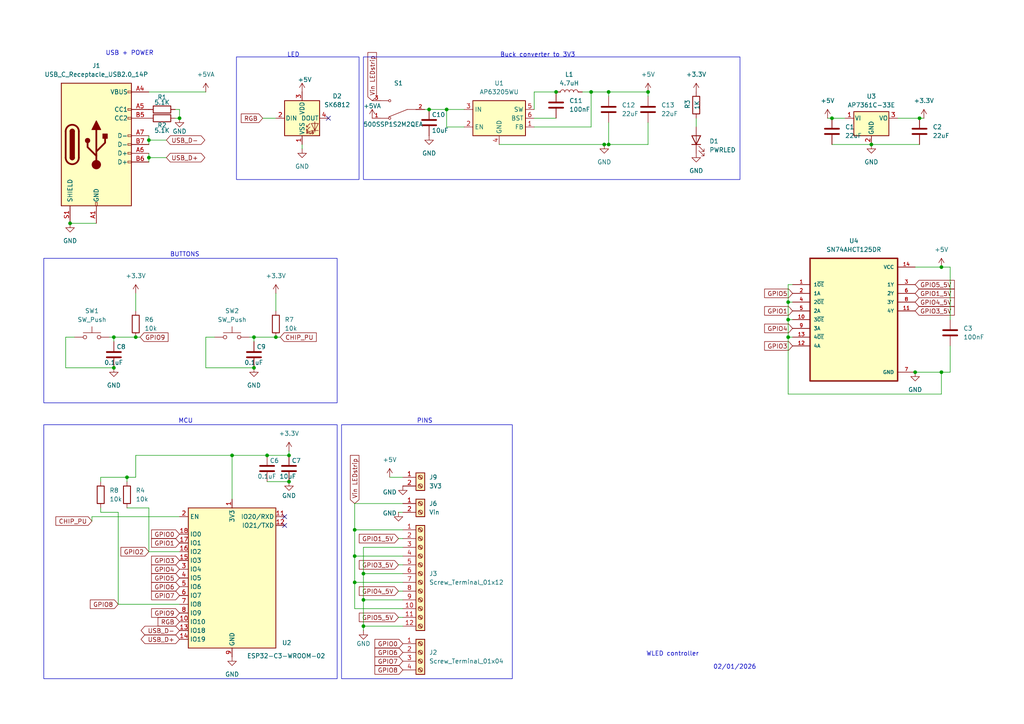
<source format=kicad_sch>
(kicad_sch (version 20250114) (generator "eeschema") (generator_version "9.0")
  (paper "A4")
  (lib_symbols
    (symbol "Connector:Screw_Terminal_01x02" (pin_names (offset 1.016) (hide yes))
      (property "Reference" "J" (at 0 2.54 0))
      (property "Value" "Screw_Terminal_01x02" (at 0 -5.08 0))
      (symbol "Screw_Terminal_01x02_1_1"
        (rectangle (start -1.27 1.27) (end 1.27 -3.81) (stroke (width 0.254)) (fill (type background)))
        (polyline (pts (xy -0.5334 0.3302) (xy 0.3302 -0.508)) (stroke (width 0.1524)))
        (polyline (pts (xy -0.5334 -2.2098) (xy 0.3302 -3.048)) (stroke (width 0.1524)))
        (polyline (pts (xy -0.3556 0.508) (xy 0.508 -0.3302)) (stroke (width 0.1524)))
        (polyline (pts (xy -0.3556 -2.032) (xy 0.508 -2.8702)) (stroke (width 0.1524)))
        (circle (center 0 0) (radius 0.635) (stroke (width 0.1524)))
        (circle (center 0 -2.54) (radius 0.635) (stroke (width 0.1524)))
        (pin passive line (at -5.08 0 0) (length 3.81) (name "Pin_1") (number "1"))
        (pin passive line (at -5.08 -2.54 0) (length 3.81) (name "Pin_2") (number "2"))
      )
    )
    (symbol "Connector:Screw_Terminal_01x04" (pin_names (offset 1.016) (hide yes))
      (property "Reference" "J" (at 0 5.08 0))
      (property "Value" "Screw_Terminal_01x04" (at 0 -7.62 0))
      (symbol "Screw_Terminal_01x04_1_1"
        (rectangle (start -1.27 3.81) (end 1.27 -6.35) (stroke (width 0.254)) (fill (type background)))
        (polyline (pts (xy -0.5334 2.8702) (xy 0.3302 2.032)) (stroke (width 0.1524)))
        (polyline (pts (xy -0.5334 0.3302) (xy 0.3302 -0.508)) (stroke (width 0.1524)))
        (polyline (pts (xy -0.5334 -2.2098) (xy 0.3302 -3.048)) (stroke (width 0.1524)))
        (polyline (pts (xy -0.5334 -4.7498) (xy 0.3302 -5.588)) (stroke (width 0.1524)))
        (polyline (pts (xy -0.3556 3.048) (xy 0.508 2.2098)) (stroke (width 0.1524)))
        (polyline (pts (xy -0.3556 0.508) (xy 0.508 -0.3302)) (stroke (width 0.1524)))
        (polyline (pts (xy -0.3556 -2.032) (xy 0.508 -2.8702)) (stroke (width 0.1524)))
        (polyline (pts (xy -0.3556 -4.572) (xy 0.508 -5.4102)) (stroke (width 0.1524)))
        (circle (center 0 2.54) (radius 0.635) (stroke (width 0.1524)))
        (circle (center 0 0) (radius 0.635) (stroke (width 0.1524)))
        (circle (center 0 -2.54) (radius 0.635) (stroke (width 0.1524)))
        (circle (center 0 -5.08) (radius 0.635) (stroke (width 0.1524)))
        (pin passive line (at -5.08 2.54 0) (length 3.81) (name "Pin_1") (number "1"))
        (pin passive line (at -5.08 0 0) (length 3.81) (name "Pin_2") (number "2"))
        (pin passive line (at -5.08 -2.54 0) (length 3.81) (name "Pin_3") (number "3"))
        (pin passive line (at -5.08 -5.08 0) (length 3.81) (name "Pin_4") (number "4"))
      )
    )
    (symbol "Connector:Screw_Terminal_01x12" (pin_names (offset 1.016) (hide yes))
      (property "Reference" "J" (at 0 15.24 0))
      (property "Value" "Screw_Terminal_01x12" (at 0 -17.78 0))
      (symbol "Screw_Terminal_01x12_1_1"
        (rectangle (start -1.27 13.97) (end 1.27 -16.51) (stroke (width 0.254)) (fill (type background)))
        (polyline (pts (xy -0.5334 13.0302) (xy 0.3302 12.192)) (stroke (width 0.1524)))
        (polyline (pts (xy -0.5334 10.4902) (xy 0.3302 9.652)) (stroke (width 0.1524)))
        (polyline (pts (xy -0.5334 7.9502) (xy 0.3302 7.112)) (stroke (width 0.1524)))
        (polyline (pts (xy -0.5334 5.4102) (xy 0.3302 4.572)) (stroke (width 0.1524)))
        (polyline (pts (xy -0.5334 2.8702) (xy 0.3302 2.032)) (stroke (width 0.1524)))
        (polyline (pts (xy -0.5334 0.3302) (xy 0.3302 -0.508)) (stroke (width 0.1524)))
        (polyline (pts (xy -0.5334 -2.2098) (xy 0.3302 -3.048)) (stroke (width 0.1524)))
        (polyline (pts (xy -0.5334 -4.7498) (xy 0.3302 -5.588)) (stroke (width 0.1524)))
        (polyline (pts (xy -0.5334 -7.2898) (xy 0.3302 -8.128)) (stroke (width 0.1524)))
        (polyline (pts (xy -0.5334 -9.8298) (xy 0.3302 -10.668)) (stroke (width 0.1524)))
        (polyline (pts (xy -0.5334 -12.3698) (xy 0.3302 -13.208)) (stroke (width 0.1524)))
        (polyline (pts (xy -0.5334 -14.9098) (xy 0.3302 -15.748)) (stroke (width 0.1524)))
        (polyline (pts (xy -0.3556 13.208) (xy 0.508 12.3698)) (stroke (width 0.1524)))
        (polyline (pts (xy -0.3556 10.668) (xy 0.508 9.8298)) (stroke (width 0.1524)))
        (polyline (pts (xy -0.3556 8.128) (xy 0.508 7.2898)) (stroke (width 0.1524)))
        (polyline (pts (xy -0.3556 5.588) (xy 0.508 4.7498)) (stroke (width 0.1524)))
        (polyline (pts (xy -0.3556 3.048) (xy 0.508 2.2098)) (stroke (width 0.1524)))
        (polyline (pts (xy -0.3556 0.508) (xy 0.508 -0.3302)) (stroke (width 0.1524)))
        (polyline (pts (xy -0.3556 -2.032) (xy 0.508 -2.8702)) (stroke (width 0.1524)))
        (polyline (pts (xy -0.3556 -4.572) (xy 0.508 -5.4102)) (stroke (width 0.1524)))
        (polyline (pts (xy -0.3556 -7.112) (xy 0.508 -7.9502)) (stroke (width 0.1524)))
        (polyline (pts (xy -0.3556 -9.652) (xy 0.508 -10.4902)) (stroke (width 0.1524)))
        (polyline (pts (xy -0.3556 -12.192) (xy 0.508 -13.0302)) (stroke (width 0.1524)))
        (polyline (pts (xy -0.3556 -14.732) (xy 0.508 -15.5702)) (stroke (width 0.1524)))
        (circle (center 0 12.7) (radius 0.635) (stroke (width 0.1524)))
        (circle (center 0 10.16) (radius 0.635) (stroke (width 0.1524)))
        (circle (center 0 7.62) (radius 0.635) (stroke (width 0.1524)))
        (circle (center 0 5.08) (radius 0.635) (stroke (width 0.1524)))
        (circle (center 0 2.54) (radius 0.635) (stroke (width 0.1524)))
        (circle (center 0 0) (radius 0.635) (stroke (width 0.1524)))
        (circle (center 0 -2.54) (radius 0.635) (stroke (width 0.1524)))
        (circle (center 0 -5.08) (radius 0.635) (stroke (width 0.1524)))
        (circle (center 0 -7.62) (radius 0.635) (stroke (width 0.1524)))
        (circle (center 0 -10.16) (radius 0.635) (stroke (width 0.1524)))
        (circle (center 0 -12.7) (radius 0.635) (stroke (width 0.1524)))
        (circle (center 0 -15.24) (radius 0.635) (stroke (width 0.1524)))
        (pin passive line (at -5.08 12.7 0) (length 3.81) (name "Pin_1") (number "1"))
        (pin passive line (at -5.08 10.16 0) (length 3.81) (name "Pin_2") (number "2"))
        (pin passive line (at -5.08 7.62 0) (length 3.81) (name "Pin_3") (number "3"))
        (pin passive line (at -5.08 5.08 0) (length 3.81) (name "Pin_4") (number "4"))
        (pin passive line (at -5.08 2.54 0) (length 3.81) (name "Pin_5") (number "5"))
        (pin passive line (at -5.08 0 0) (length 3.81) (name "Pin_6") (number "6"))
        (pin passive line (at -5.08 -2.54 0) (length 3.81) (name "Pin_7") (number "7"))
        (pin passive line (at -5.08 -5.08 0) (length 3.81) (name "Pin_8") (number "8"))
        (pin passive line (at -5.08 -7.62 0) (length 3.81) (name "Pin_9") (number "9"))
        (pin passive line (at -5.08 -10.16 0) (length 3.81) (name "Pin_10") (number "10"))
        (pin passive line (at -5.08 -12.7 0) (length 3.81) (name "Pin_11") (number "11"))
        (pin passive line (at -5.08 -15.24 0) (length 3.81) (name "Pin_12") (number "12"))
      )
    )
    (symbol "Connector:USB_C_Receptacle_USB2.0_14P" (pin_names (offset 1.016))
      (property "Reference" "J" (at 0 22.225 0))
      (property "Value" "USB_C_Receptacle_USB2.0_14P" (at 0 19.685 0))
      (symbol "USB_C_Receptacle_USB2.0_14P_0_0"
        (rectangle (start -0.254 -17.78) (end 0.254 -16.764))
        (rectangle (start 10.16 15.494) (end 9.144 14.986))
        (rectangle (start 10.16 10.414) (end 9.144 9.906))
        (rectangle (start 10.16 7.874) (end 9.144 7.366))
        (rectangle (start 10.16 2.794) (end 9.144 2.286))
        (rectangle (start 10.16 0.254) (end 9.144 -0.254))
        (rectangle (start 10.16 -2.286) (end 9.144 -2.794))
        (rectangle (start 10.16 -4.826) (end 9.144 -5.334))
      )
      (symbol "USB_C_Receptacle_USB2.0_14P_0_1"
        (rectangle (start -10.16 17.78) (end 10.16 -17.78) (stroke (width 0.254)) (fill (type background)))
        (polyline (pts (xy -8.89 -3.81) (xy -8.89 3.81)) (stroke (width 0.508)))
        (rectangle (start -7.62 -3.81) (end -6.35 3.81) (stroke (width 0.254)) (fill (type outline)))
        (arc (start -7.62 3.81) (mid -6.985 4.4423) (end -6.35 3.81) (stroke (width 0.254)))
        (arc (start -7.62 3.81) (mid -6.985 4.4423) (end -6.35 3.81) (stroke (width 0.254)) (fill (type outline)))
        (arc (start -8.89 3.81) (mid -6.985 5.7067) (end -5.08 3.81) (stroke (width 0.508)))
        (arc (start -5.08 -3.81) (mid -6.985 -5.7067) (end -8.89 -3.81) (stroke (width 0.508)))
        (arc (start -6.35 -3.81) (mid -6.985 -4.4423) (end -7.62 -3.81) (stroke (width 0.254)))
        (arc (start -6.35 -3.81) (mid -6.985 -4.4423) (end -7.62 -3.81) (stroke (width 0.254)) (fill (type outline)))
        (polyline (pts (xy -5.08 3.81) (xy -5.08 -3.81)) (stroke (width 0.508)))
        (circle (center -2.54 1.143) (radius 0.635) (stroke (width 0.254)) (fill (type outline)))
        (polyline (pts (xy -1.27 4.318) (xy 0 6.858) (xy 1.27 4.318) (xy -1.27 4.318)) (stroke (width 0.254)) (fill (type outline)))
        (polyline (pts (xy 0 -2.032) (xy 2.54 0.508) (xy 2.54 1.778)) (stroke (width 0.508)))
        (polyline (pts (xy 0 -3.302) (xy -2.54 -0.762) (xy -2.54 0.508)) (stroke (width 0.508)))
        (polyline (pts (xy 0 -5.842) (xy 0 4.318)) (stroke (width 0.508)))
        (circle (center 0 -5.842) (radius 1.27) (fill (type outline)))
        (rectangle (start 1.905 1.778) (end 3.175 3.048) (stroke (width 0.254)) (fill (type outline)))
      )
      (symbol "USB_C_Receptacle_USB2.0_14P_1_1"
        (pin passive line (at -7.62 -22.86 90) (length 5.08) (name "SHIELD") (number "S1"))
        (pin passive line (at 0 -22.86 90) (length 5.08) (name "GND") (number "A1"))
        (pin passive line (at 0 -22.86 90) (length 5.08) (hide yes) (name "GND") (number "A12"))
        (pin passive line (at 0 -22.86 90) (length 5.08) (hide yes) (name "GND") (number "B1"))
        (pin passive line (at 0 -22.86 90) (length 5.08) (hide yes) (name "GND") (number "B12"))
        (pin passive line (at 15.24 15.24 180) (length 5.08) (name "VBUS") (number "A4"))
        (pin passive line (at 15.24 15.24 180) (length 5.08) (hide yes) (name "VBUS") (number "A9"))
        (pin passive line (at 15.24 15.24 180) (length 5.08) (hide yes) (name "VBUS") (number "B4"))
        (pin passive line (at 15.24 15.24 180) (length 5.08) (hide yes) (name "VBUS") (number "B9"))
        (pin bidirectional line (at 15.24 10.16 180) (length 5.08) (name "CC1") (number "A5"))
        (pin bidirectional line (at 15.24 7.62 180) (length 5.08) (name "CC2") (number "B5"))
        (pin bidirectional line (at 15.24 2.54 180) (length 5.08) (name "D-") (number "A7"))
        (pin bidirectional line (at 15.24 0 180) (length 5.08) (name "D-") (number "B7"))
        (pin bidirectional line (at 15.24 -2.54 180) (length 5.08) (name "D+") (number "A6"))
        (pin bidirectional line (at 15.24 -5.08 180) (length 5.08) (name "D+") (number "B6"))
      )
    )
    (symbol "Device:C" (pin_numbers (hide yes)) (pin_names (offset 0.254))
      (property "Reference" "C" (at 0.635 2.54 0))
      (property "Value" "C" (at 0.635 -2.54 0))
      (symbol "C_0_1"
        (polyline (pts (xy -2.032 0.762) (xy 2.032 0.762)) (stroke (width 0.508)))
        (polyline (pts (xy -2.032 -0.762) (xy 2.032 -0.762)) (stroke (width 0.508)))
      )
      (symbol "C_1_1"
        (pin passive line (at 0 3.81 270) (length 2.794) (name "~") (number "1"))
        (pin passive line (at 0 -3.81 90) (length 2.794) (name "~") (number "2"))
      )
    )
    (symbol "Device:L" (pin_numbers (hide yes)) (pin_names (offset 1.016) (hide yes))
      (property "Reference" "L" (at -1.27 0 90))
      (property "Value" "L" (at 1.905 0 90))
      (symbol "L_0_1"
        (arc (start 0 2.54) (mid 0.6323 1.905) (end 0 1.27))
        (arc (start 0 1.27) (mid 0.6323 0.635) (end 0 0))
        (arc (start 0 0) (mid 0.6323 -0.635) (end 0 -1.27))
        (arc (start 0 -1.27) (mid 0.6323 -1.905) (end 0 -2.54))
      )
      (symbol "L_1_1"
        (pin passive line (at 0 3.81 270) (length 1.27) (name "1") (number "1"))
        (pin passive line (at 0 -3.81 90) (length 1.27) (name "2") (number "2"))
      )
    )
    (symbol "Device:LED" (pin_numbers (hide yes)) (pin_names (offset 1.016) (hide yes))
      (property "Reference" "D" (at 0 2.54 0))
      (property "Value" "LED" (at 0 -2.54 0))
      (symbol "LED_0_1"
        (polyline (pts (xy -3.048 -0.762) (xy -4.572 -2.286) (xy -3.81 -2.286) (xy -4.572 -2.286) (xy -4.572 -1.524)))
        (polyline (pts (xy -1.778 -0.762) (xy -3.302 -2.286) (xy -2.54 -2.286) (xy -3.302 -2.286) (xy -3.302 -1.524)))
        (polyline (pts (xy -1.27 0) (xy 1.27 0)))
        (polyline (pts (xy -1.27 -1.27) (xy -1.27 1.27)) (stroke (width 0.254)))
        (polyline (pts (xy 1.27 -1.27) (xy 1.27 1.27) (xy -1.27 0) (xy 1.27 -1.27)) (stroke (width 0.254)))
      )
      (symbol "LED_1_1"
        (pin passive line (at -3.81 0 0) (length 2.54) (name "K") (number "1"))
        (pin passive line (at 3.81 0 180) (length 2.54) (name "A") (number "2"))
      )
    )
    (symbol "Device:R" (pin_numbers (hide yes)) (pin_names (offset 0))
      (property "Reference" "R" (at 2.032 0 90))
      (property "Value" "R" (at 0 0 90))
      (symbol "R_0_1"
        (rectangle (start -1.016 -2.54) (end 1.016 2.54) (stroke (width 0.254)))
      )
      (symbol "R_1_1"
        (pin passive line (at 0 3.81 270) (length 1.27) (name "~") (number "1"))
        (pin passive line (at 0 -3.81 90) (length 1.27) (name "~") (number "2"))
      )
    )
    (symbol "LED:SK6812" (pin_names (offset 0.254))
      (property "Reference" "D" (at 5.08 5.715 0))
      (property "Value" "SK6812" (at 1.27 -5.715 0))
      (symbol "SK6812_0_0"
        (text "RGB" (at 2.286 -4.191 0) (effects (font (size 0.762 0.762))))
      )
      (symbol "SK6812_0_1"
        (polyline (pts (xy 1.27 -2.54) (xy 1.778 -2.54)))
        (polyline (pts (xy 1.27 -3.556) (xy 1.778 -3.556)))
        (polyline (pts (xy 2.286 -1.524) (xy 1.27 -2.54) (xy 1.27 -2.032)))
        (polyline (pts (xy 2.286 -2.54) (xy 1.27 -3.556) (xy 1.27 -3.048)))
        (polyline (pts (xy 3.683 -1.016) (xy 3.683 -3.556) (xy 3.683 -4.064)))
        (polyline (pts (xy 4.699 -1.524) (xy 2.667 -1.524) (xy 3.683 -3.556) (xy 4.699 -1.524)))
        (polyline (pts (xy 4.699 -3.556) (xy 2.667 -3.556)))
        (rectangle (start 5.08 5.08) (end -5.08 -5.08) (stroke (width 0.254)) (fill (type background)))
      )
      (symbol "SK6812_1_1"
        (pin input line (at -7.62 0 0) (length 2.54) (name "DIN") (number "2"))
        (pin power_in line (at 0 7.62 270) (length 2.54) (name "VDD") (number "3"))
        (pin power_in line (at 0 -7.62 90) (length 2.54) (name "VSS") (number "1"))
        (pin output line (at 7.62 0 180) (length 2.54) (name "DOUT") (number "4"))
      )
    )
    (symbol "RF_Module:ESP32-C3-WROOM-02"
      (property "Reference" "U" (at -12.192 21.336 0))
      (property "Value" "ESP32-C3-WROOM-02" (at 12.192 21.336 0))
      (symbol "ESP32-C3-WROOM-02_1_1"
        (rectangle (start -12.7 20.32) (end 12.7 -20.32) (stroke (width 0.254)) (fill (type background)))
        (pin input line (at -15.24 17.78 0) (length 2.54) (name "EN") (number "2"))
        (pin bidirectional line (at -15.24 12.7 0) (length 2.54) (name "IO0") (number "18"))
        (pin bidirectional line (at -15.24 10.16 0) (length 2.54) (name "IO1") (number "17"))
        (pin bidirectional line (at -15.24 7.62 0) (length 2.54) (name "IO2") (number "16"))
        (pin bidirectional line (at -15.24 5.08 0) (length 2.54) (name "IO3") (number "15"))
        (pin bidirectional line (at -15.24 2.54 0) (length 2.54) (name "IO4") (number "3"))
        (pin bidirectional line (at -15.24 0 0) (length 2.54) (name "IO5") (number "4"))
        (pin bidirectional line (at -15.24 -2.54 0) (length 2.54) (name "IO6") (number "5"))
        (pin bidirectional line (at -15.24 -5.08 0) (length 2.54) (name "IO7") (number "6"))
        (pin bidirectional line (at -15.24 -7.62 0) (length 2.54) (name "IO8") (number "7"))
        (pin bidirectional line (at -15.24 -10.16 0) (length 2.54) (name "IO9") (number "8"))
        (pin bidirectional line (at -15.24 -12.7 0) (length 2.54) (name "IO10") (number "10"))
        (pin bidirectional line (at -15.24 -15.24 0) (length 2.54) (name "IO18") (number "13"))
        (pin bidirectional line (at -15.24 -17.78 0) (length 2.54) (name "IO19") (number "14"))
        (pin power_in line (at 0 22.86 270) (length 2.54) (name "3V3") (number "1"))
        (pin passive line (at 0 -22.86 90) (length 2.54) (hide yes) (name "GND") (number "19"))
        (pin power_in line (at 0 -22.86 90) (length 2.54) (name "GND") (number "9"))
        (pin bidirectional line (at 15.24 17.78 180) (length 2.54) (name "IO20/RXD") (number "11"))
        (pin bidirectional line (at 15.24 15.24 180) (length 2.54) (name "IO21/TXD") (number "12"))
      )
    )
    (symbol "Regulator_Linear:AP7361C-33E" (pin_names (offset 0.254))
      (property "Reference" "U" (at -3.81 3.175 0))
      (property "Value" "AP7361C-33E" (at 0 3.175 0))
      (symbol "AP7361C-33E_0_1"
        (rectangle (start -5.08 -5.08) (end 5.08 1.905) (stroke (width 0.254)) (fill (type background)))
      )
      (symbol "AP7361C-33E_1_1"
        (pin power_in line (at -7.62 0 0) (length 2.54) (name "VI") (number "1"))
        (pin power_in line (at 0 -7.62 90) (length 2.54) (name "GND") (number "2"))
        (pin power_out line (at 7.62 0 180) (length 2.54) (name "VO") (number "3"))
      )
    )
    (symbol "Regulator_Switching:AP63205WU"
      (property "Reference" "U" (at -7.62 6.35 0))
      (property "Value" "AP63205WU" (at 2.54 6.35 0))
      (symbol "AP63205WU_0_1"
        (rectangle (start -7.62 5.08) (end 7.62 -5.08) (stroke (width 0.254)) (fill (type background)))
      )
      (symbol "AP63205WU_1_1"
        (pin power_in line (at -10.16 2.54 0) (length 2.54) (name "IN") (number "3"))
        (pin input line (at -10.16 -2.54 0) (length 2.54) (name "EN") (number "2"))
        (pin power_in line (at 0 -7.62 90) (length 2.54) (name "GND") (number "4"))
        (pin output line (at 10.16 2.54 180) (length 2.54) (name "SW") (number "5"))
        (pin passive line (at 10.16 0 180) (length 2.54) (name "BST") (number "6"))
        (pin input line (at 10.16 -2.54 180) (length 2.54) (name "FB") (number "1"))
      )
    )
    (symbol "SN74AHCT125DR:SN74AHCT125DR" (pin_names (offset 1.016))
      (property "Reference" "U" (at -12.7 18.78 0))
      (property "Value" "SN74AHCT125DR" (at -12.7 -21.78 0))
      (symbol "SN74AHCT125DR_0_0"
        (rectangle (start -12.7 -17.78) (end 12.7 17.78) (stroke (width 0.41)) (fill (type background)))
        (pin input line (at -17.78 10.16 0) (length 5.08) (name "1~{OE}") (number "1"))
        (pin input line (at -17.78 7.62 0) (length 5.08) (name "1A") (number "2"))
        (pin input line (at -17.78 5.08 0) (length 5.08) (name "2~{OE}") (number "4"))
        (pin input line (at -17.78 2.54 0) (length 5.08) (name "2A") (number "5"))
        (pin input line (at -17.78 0 0) (length 5.08) (name "3~{OE}") (number "10"))
        (pin input line (at -17.78 -2.54 0) (length 5.08) (name "3A") (number "9"))
        (pin input line (at -17.78 -5.08 0) (length 5.08) (name "4~{OE}") (number "13"))
        (pin input line (at -17.78 -7.62 0) (length 5.08) (name "4A") (number "12"))
        (pin power_in line (at 17.78 15.24 180) (length 5.08) (name "VCC") (number "14"))
        (pin output line (at 17.78 10.16 180) (length 5.08) (name "1Y") (number "3"))
        (pin output line (at 17.78 7.62 180) (length 5.08) (name "2Y") (number "6"))
        (pin output line (at 17.78 5.08 180) (length 5.08) (name "3Y") (number "8"))
        (pin output line (at 17.78 2.54 180) (length 5.08) (name "4Y") (number "11"))
        (pin power_in line (at 17.78 -15.24 180) (length 5.08) (name "GND") (number "7"))
      )
    )
    (symbol "Switch:SW_Push" (pin_numbers (hide yes)) (pin_names (offset 1.016) (hide yes))
      (property "Reference" "SW" (at 1.27 2.54 0))
      (property "Value" "SW_Push" (at 0 -1.524 0))
      (symbol "SW_Push_0_1"
        (circle (center -2.032 0) (radius 0.508))
        (polyline (pts (xy 0 1.27) (xy 0 3.048)))
        (circle (center 2.032 0) (radius 0.508))
        (polyline (pts (xy 2.54 1.27) (xy -2.54 1.27)))
        (pin passive line (at -5.08 0 0) (length 2.54) (name "1") (number "1"))
        (pin passive line (at 5.08 0 180) (length 2.54) (name "2") (number "2"))
      )
    )
    (symbol "power:+3.3V" (power) (pin_numbers (hide yes)) (pin_names (offset 0) (hide yes))
      (property "Value" "+3.3V" (at 0 3.556 0))
      (symbol "+3.3V_0_1"
        (polyline (pts (xy -0.762 1.27) (xy 0 2.54)))
        (polyline (pts (xy 0 2.54) (xy 0.762 1.27)))
        (polyline (pts (xy 0 0) (xy 0 2.54)))
      )
      (symbol "+3.3V_1_1"
        (pin power_in line (at 0 0 90) (length 0) (name "~") (number "1"))
      )
    )
    (symbol "power:+5V" (power) (pin_numbers (hide yes)) (pin_names (offset 0) (hide yes))
      (property "Value" "+5V" (at 0 3.556 0))
      (symbol "+5V_0_1"
        (polyline (pts (xy -0.762 1.27) (xy 0 2.54)))
        (polyline (pts (xy 0 2.54) (xy 0.762 1.27)))
        (polyline (pts (xy 0 0) (xy 0 2.54)))
      )
      (symbol "+5V_1_1"
        (pin power_in line (at 0 0 90) (length 0) (name "~") (number "1"))
      )
    )
    (symbol "power:+5VA" (power) (pin_numbers (hide yes)) (pin_names (offset 0) (hide yes))
      (property "Value" "+5VA" (at 0 3.556 0))
      (symbol "+5VA_0_1"
        (polyline (pts (xy -0.762 1.27) (xy 0 2.54)))
        (polyline (pts (xy 0 2.54) (xy 0.762 1.27)))
        (polyline (pts (xy 0 0) (xy 0 2.54)))
      )
      (symbol "+5VA_1_1"
        (pin power_in line (at 0 0 90) (length 0) (name "~") (number "1"))
      )
    )
    (symbol "power:GND" (power) (pin_numbers (hide yes)) (pin_names (offset 0) (hide yes))
      (property "Value" "GND" (at 0 -3.81 0))
      (symbol "GND_0_1"
        (polyline (pts (xy 0 0) (xy 0 -1.27) (xy 1.27 -1.27) (xy 0 -2.54) (xy -1.27 -1.27) (xy 0 -1.27)))
      )
      (symbol "GND_1_1"
        (pin power_in line (at 0 0 270) (length 0) (name "~") (number "1"))
      )
    )
    (symbol "switch:500SSP1S2M2QEA" (pin_names (offset 1.016))
      (property "Reference" "S" (at -2.54 5.08 0))
      (property "Value" "500SSP1S2M2QEA" (at -2.54 -5.08 0))
      (symbol "500SSP1S2M2QEA_0_0"
        (polyline (pts (xy -2.54 0) (xy -5.08 0)) (stroke (width 0.1524)))
        (polyline (pts (xy -2.54 0) (xy 2.794 2.1336)) (stroke (width 0.1524)))
        (circle (center 2.54 2.54) (radius 0.3302) (stroke (width 0.1524)))
        (circle (center 2.54 -2.54) (radius 0.3302) (stroke (width 0.1524)))
        (polyline (pts (xy 5.08 2.54) (xy 2.921 2.54)) (stroke (width 0.1524)))
        (polyline (pts (xy 5.08 -2.54) (xy 2.921 -2.54)) (stroke (width 0.1524)))
        (pin passive line (at -7.62 0 0) (length 2.54) (name "~") (number "2"))
        (pin passive line (at 7.62 2.54 180) (length 2.54) (name "~") (number "1"))
        (pin passive line (at 7.62 -2.54 180) (length 2.54) (name "~") (number "3"))
      )
    )
  )
  (rectangle (start 68.58 16.51) (end 104.14 52.07))
  (rectangle (start 12.7 123.19) (end 97.79 196.85))
  (rectangle (start 99.06 123.19) (end 148.59 196.85))
  (rectangle (start 105.41 16.51) (end 214.63 52.07))
  (rectangle (start 12.7 74.93) (end 97.79 116.84))
  (text "PINS\n" (at 123.19 122.174 0) (effects (font (size 1.27 1.27))))
  (text "USB + POWER\n" (at 37.592 15.494 0) (effects (font (size 1.27 1.27))))
  (text "02/01/2026\n" (at 213.106 193.548 0) (effects (font (size 1.27 1.27))))
  (text "BUTTONS\n" (at 53.594 73.914 0) (effects (font (size 1.27 1.27))))
  (text "LED" (at 85.09 16.002 0) (effects (font (size 1.27 1.27))))
  (text "Buck converter to 3V3" (at 155.956 16.002 0) (effects (font (size 1.27 1.27))))
  (text "MCU" (at 53.848 122.174 0) (effects (font (size 1.27 1.27))))
  (text "WLED controller\n" (at 195.072 189.738 0) (effects (font (size 1.27 1.27))))
  (junction (at 105.41 173.99))
  (junction (at 105.41 181.61))
  (junction (at 67.31 132.08))
  (junction (at 33.02 106.68))
  (junction (at 43.18 40.64))
  (junction (at 176.53 41.91))
  (junction (at 83.82 132.08))
  (junction (at 175.26 41.91))
  (junction (at 52.07 34.29))
  (junction (at 273.05 77.47))
  (junction (at 102.87 153.67))
  (junction (at 129.54 31.75))
  (junction (at 20.32 64.77))
  (junction (at 77.47 132.08))
  (junction (at 171.45 26.67))
  (junction (at 43.18 45.72))
  (junction (at 36.83 138.43))
  (junction (at 73.66 106.68))
  (junction (at 161.29 26.67))
  (junction (at 265.43 107.95))
  (junction (at 187.96 26.67))
  (junction (at 176.53 26.67))
  (junction (at 105.41 166.37))
  (junction (at 124.46 31.75))
  (junction (at 228.6 97.79))
  (junction (at 102.87 168.91))
  (junction (at 73.66 97.79))
  (junction (at 102.87 161.29))
  (junction (at 83.82 139.7))
  (junction (at 266.7 34.29))
  (junction (at 80.01 97.79))
  (junction (at 39.37 97.79))
  (junction (at 33.02 97.79))
  (junction (at 252.73 41.91))
  (junction (at 228.6 92.71))
  (junction (at 228.6 87.63))
  (junction (at 241.3 34.29))
  (junction (at 273.05 107.95))
  (no_connect (at 82.55 149.86))
  (no_connect (at 95.25 34.29))
  (no_connect (at 82.55 152.4))
  (wire (pts (xy 187.96 35.56) (xy 187.96 41.91)))
  (wire (pts (xy 43.18 45.72) (xy 43.18 46.99)))
  (wire (pts (xy 144.78 41.91) (xy 175.26 41.91)))
  (wire (pts (xy 241.3 41.91) (xy 252.73 41.91)))
  (wire (pts (xy 39.37 97.79) (xy 33.02 97.79)))
  (wire (pts (xy 105.41 173.99) (xy 105.41 181.61)))
  (wire (pts (xy 50.8 31.75) (xy 52.07 31.75)))
  (wire (pts (xy 241.3 34.29) (xy 245.11 34.29)))
  (wire (pts (xy 201.93 34.29) (xy 201.93 36.83)))
  (wire (pts (xy 154.94 31.75) (xy 154.94 26.67)))
  (wire (pts (xy 129.54 31.75) (xy 134.62 31.75)))
  (wire (pts (xy 87.63 41.91) (xy 87.63 43.18)))
  (wire (pts (xy 102.87 161.29) (xy 102.87 153.67)))
  (wire (pts (xy 116.84 161.29) (xy 102.87 161.29)))
  (wire (pts (xy 105.41 182.88) (xy 105.41 181.61)))
  (wire (pts (xy 43.18 44.45) (xy 43.18 45.72)))
  (wire (pts (xy 43.18 40.64) (xy 48.26 40.64)))
  (wire (pts (xy 116.84 173.99) (xy 105.41 173.99)))
  (wire (pts (xy 39.37 85.09) (xy 39.37 90.17)))
  (wire (pts (xy 228.6 114.3) (xy 228.6 97.79)))
  (wire (pts (xy 29.21 148.59) (xy 34.29 148.59)))
  (wire (pts (xy 228.6 82.55) (xy 228.6 87.63)))
  (wire (pts (xy 102.87 168.91) (xy 102.87 161.29)))
  (wire (pts (xy 229.87 87.63) (xy 228.6 87.63)))
  (wire (pts (xy 124.46 31.75) (xy 129.54 31.75)))
  (wire (pts (xy 228.6 92.71) (xy 228.6 97.79)))
  (wire (pts (xy 80.01 97.79) (xy 73.66 97.79)))
  (wire (pts (xy 67.31 132.08) (xy 67.31 144.78)))
  (wire (pts (xy 229.87 82.55) (xy 228.6 82.55)))
  (wire (pts (xy 102.87 146.05) (xy 116.84 146.05)))
  (wire (pts (xy 228.6 87.63) (xy 228.6 92.71)))
  (wire (pts (xy 171.45 26.67) (xy 168.91 26.67)))
  (wire (pts (xy 273.05 114.3) (xy 228.6 114.3)))
  (wire (pts (xy 187.96 27.94) (xy 187.96 26.67)))
  (wire (pts (xy 113.03 138.43) (xy 116.84 138.43)))
  (wire (pts (xy 26.67 149.86) (xy 52.07 149.86)))
  (wire (pts (xy 29.21 138.43) (xy 36.83 138.43)))
  (wire (pts (xy 115.57 179.07) (xy 116.84 179.07)))
  (wire (pts (xy 115.57 163.83) (xy 116.84 163.83)))
  (wire (pts (xy 229.87 92.71) (xy 228.6 92.71)))
  (wire (pts (xy 52.07 31.75) (xy 52.07 34.29)))
  (wire (pts (xy 154.94 26.67) (xy 161.29 26.67)))
  (wire (pts (xy 19.05 97.79) (xy 21.59 97.79)))
  (wire (pts (xy 67.31 132.08) (xy 77.47 132.08)))
  (wire (pts (xy 176.53 27.94) (xy 176.53 26.67)))
  (wire (pts (xy 33.02 106.68) (xy 19.05 106.68)))
  (wire (pts (xy 20.32 64.77) (xy 27.94 64.77)))
  (wire (pts (xy 19.05 97.79) (xy 19.05 106.68)))
  (wire (pts (xy 36.83 138.43) (xy 36.83 139.7)))
  (wire (pts (xy 43.18 45.72) (xy 48.26 45.72)))
  (wire (pts (xy 115.57 171.45) (xy 116.84 171.45)))
  (wire (pts (xy 252.73 41.91) (xy 266.7 41.91)))
  (wire (pts (xy 116.84 176.53) (xy 102.87 176.53)))
  (wire (pts (xy 187.96 41.91) (xy 176.53 41.91)))
  (wire (pts (xy 29.21 147.32) (xy 29.21 148.59)))
  (wire (pts (xy 26.67 149.86) (xy 26.67 151.13)))
  (wire (pts (xy 81.28 97.79) (xy 80.01 97.79)))
  (wire (pts (xy 116.84 166.37) (xy 105.41 166.37)))
  (wire (pts (xy 43.18 147.32) (xy 36.83 147.32)))
  (wire (pts (xy 275.59 77.47) (xy 273.05 77.47)))
  (wire (pts (xy 67.31 132.08) (xy 39.37 132.08)))
  (wire (pts (xy 105.41 158.75) (xy 105.41 166.37)))
  (wire (pts (xy 116.84 148.59) (xy 115.57 148.59)))
  (wire (pts (xy 80.01 85.09) (xy 80.01 90.17)))
  (wire (pts (xy 102.87 146.05) (xy 102.87 153.67)))
  (wire (pts (xy 73.66 106.68) (xy 59.69 106.68)))
  (wire (pts (xy 43.18 160.02) (xy 52.07 160.02)))
  (wire (pts (xy 275.59 107.95) (xy 273.05 107.95)))
  (wire (pts (xy 115.57 156.21) (xy 116.84 156.21)))
  (wire (pts (xy 265.43 107.95) (xy 273.05 107.95)))
  (wire (pts (xy 171.45 36.83) (xy 171.45 26.67)))
  (wire (pts (xy 59.69 97.79) (xy 62.23 97.79)))
  (wire (pts (xy 33.02 97.79) (xy 33.02 99.06)))
  (wire (pts (xy 134.62 36.83) (xy 129.54 36.83)))
  (wire (pts (xy 72.39 97.79) (xy 73.66 97.79)))
  (wire (pts (xy 105.41 166.37) (xy 105.41 173.99)))
  (wire (pts (xy 34.29 175.26) (xy 52.07 175.26)))
  (wire (pts (xy 59.69 97.79) (xy 59.69 106.68)))
  (wire (pts (xy 116.84 158.75) (xy 105.41 158.75)))
  (wire (pts (xy 176.53 41.91) (xy 176.53 35.56)))
  (wire (pts (xy 265.43 77.47) (xy 273.05 77.47)))
  (wire (pts (xy 39.37 138.43) (xy 36.83 138.43)))
  (wire (pts (xy 73.66 97.79) (xy 73.66 99.06)))
  (wire (pts (xy 154.94 36.83) (xy 171.45 36.83)))
  (wire (pts (xy 40.64 97.79) (xy 39.37 97.79)))
  (wire (pts (xy 76.2 34.29) (xy 80.01 34.29)))
  (wire (pts (xy 129.54 36.83) (xy 129.54 31.75)))
  (wire (pts (xy 228.6 97.79) (xy 229.87 97.79)))
  (wire (pts (xy 31.75 97.79) (xy 33.02 97.79)))
  (wire (pts (xy 29.21 139.7) (xy 29.21 138.43)))
  (wire (pts (xy 275.59 100.33) (xy 275.59 107.95)))
  (wire (pts (xy 275.59 92.71) (xy 275.59 77.47)))
  (wire (pts (xy 43.18 26.67) (xy 59.69 26.67)))
  (wire (pts (xy 273.05 107.95) (xy 273.05 114.3)))
  (wire (pts (xy 43.18 40.64) (xy 43.18 41.91)))
  (wire (pts (xy 102.87 176.53) (xy 102.87 168.91)))
  (wire (pts (xy 105.41 181.61) (xy 116.84 181.61)))
  (wire (pts (xy 116.84 153.67) (xy 102.87 153.67)))
  (wire (pts (xy 116.84 168.91) (xy 102.87 168.91)))
  (wire (pts (xy 77.47 132.08) (xy 83.82 132.08)))
  (wire (pts (xy 123.19 31.75) (xy 124.46 31.75)))
  (wire (pts (xy 34.29 148.59) (xy 34.29 175.26)))
  (wire (pts (xy 176.53 26.67) (xy 171.45 26.67)))
  (wire (pts (xy 187.96 26.67) (xy 176.53 26.67)))
  (wire (pts (xy 266.7 34.29) (xy 260.35 34.29)))
  (wire (pts (xy 83.82 130.81) (xy 83.82 132.08)))
  (wire (pts (xy 43.18 160.02) (xy 43.18 147.32)))
  (wire (pts (xy 240.03 34.29) (xy 241.3 34.29)))
  (wire (pts (xy 43.18 39.37) (xy 43.18 40.64)))
  (wire (pts (xy 154.94 34.29) (xy 161.29 34.29)))
  (wire (pts (xy 267.97 34.29) (xy 266.7 34.29)))
  (wire (pts (xy 175.26 41.91) (xy 176.53 41.91)))
  (wire (pts (xy 52.07 34.29) (xy 50.8 34.29)))
  (wire (pts (xy 77.47 139.7) (xy 83.82 139.7)))
  (wire (pts (xy 39.37 132.08) (xy 39.37 138.43)))
  (global_label "GPIO5_5V" (shape input) (at 265.43 82.55 0) (property "Intersheetrefs" "${INTERSHEET_REFS}" (effects (hide yes))))
  (global_label "GPIO7" (shape input) (at 116.84 191.77 180) (property "Intersheetrefs" "${INTERSHEET_REFS}" (effects (hide yes))))
  (global_label "GPIO8" (shape input) (at 116.84 194.31 180) (property "Intersheetrefs" "${INTERSHEET_REFS}" (effects (hide yes))))
  (global_label "GPIO1_5V" (shape input) (at 265.43 85.09 0) (property "Intersheetrefs" "${INTERSHEET_REFS}" (effects (hide yes))))
  (global_label "GPIO9" (shape input) (at 40.64 97.79 0) (property "Intersheetrefs" "${INTERSHEET_REFS}" (effects (hide yes))))
  (global_label "GPIO0" (shape input) (at 116.84 186.69 180) (property "Intersheetrefs" "${INTERSHEET_REFS}" (effects (hide yes))))
  (global_label "Vin LEDstrip" (shape input) (at 107.95 29.21 90) (property "Intersheetrefs" "${INTERSHEET_REFS}" (effects (hide yes))))
  (global_label "GPIO4_5V" (shape input) (at 265.43 87.63 0) (property "Intersheetrefs" "${INTERSHEET_REFS}" (effects (hide yes))))
  (global_label "USB_D-" (shape bidirectional) (at 52.07 182.88 180) (property "Intersheetrefs" "${INTERSHEET_REFS}" (effects (hide yes))))
  (global_label "GPIO9" (shape input) (at 52.07 177.8 180) (property "Intersheetrefs" "${INTERSHEET_REFS}" (effects (hide yes))))
  (global_label "USB_D-" (shape bidirectional) (at 48.26 40.64 0) (property "Intersheetrefs" "${INTERSHEET_REFS}" (effects (hide yes))))
  (global_label "USB_D+" (shape bidirectional) (at 52.07 185.42 180) (property "Intersheetrefs" "${INTERSHEET_REFS}" (effects (hide yes))))
  (global_label "CHIP_PU" (shape input) (at 26.67 151.13 180) (property "Intersheetrefs" "${INTERSHEET_REFS}" (effects (hide yes))))
  (global_label "GPIO6" (shape input) (at 52.07 170.18 180) (property "Intersheetrefs" "${INTERSHEET_REFS}" (effects (hide yes))))
  (global_label "GPIO3_5V" (shape input) (at 265.43 90.17 0) (property "Intersheetrefs" "${INTERSHEET_REFS}" (effects (hide yes))))
  (global_label "GPIO3_5V" (shape input) (at 115.57 163.83 180) (property "Intersheetrefs" "${INTERSHEET_REFS}" (effects (hide yes))))
  (global_label "GPIO1_5V" (shape input) (at 115.57 156.21 180) (property "Intersheetrefs" "${INTERSHEET_REFS}" (effects (hide yes))))
  (global_label "GPIO6" (shape input) (at 116.84 189.23 180) (property "Intersheetrefs" "${INTERSHEET_REFS}" (effects (hide yes))))
  (global_label "GPIO4_5V" (shape input) (at 115.57 171.45 180) (property "Intersheetrefs" "${INTERSHEET_REFS}" (effects (hide yes))))
  (global_label "USB_D+" (shape bidirectional) (at 48.26 45.72 0) (property "Intersheetrefs" "${INTERSHEET_REFS}" (effects (hide yes))))
  (global_label "GPIO2" (shape input) (at 43.18 160.02 180) (property "Intersheetrefs" "${INTERSHEET_REFS}" (effects (hide yes))))
  (global_label "GPIO0" (shape input) (at 52.07 154.94 180) (property "Intersheetrefs" "${INTERSHEET_REFS}" (effects (hide yes))))
  (global_label "CHIP_PU" (shape input) (at 81.28 97.79 0) (property "Intersheetrefs" "${INTERSHEET_REFS}" (effects (hide yes))))
  (global_label "GPIO1" (shape input) (at 52.07 157.48 180) (property "Intersheetrefs" "${INTERSHEET_REFS}" (effects (hide yes))))
  (global_label "Vin LEDstrip" (shape input) (at 102.87 146.05 90) (property "Intersheetrefs" "${INTERSHEET_REFS}" (effects (hide yes))))
  (global_label "GPIO3" (shape input) (at 52.07 162.56 180) (property "Intersheetrefs" "${INTERSHEET_REFS}" (effects (hide yes))))
  (global_label "GPIO5" (shape input) (at 52.07 167.64 180) (property "Intersheetrefs" "${INTERSHEET_REFS}" (effects (hide yes))))
  (global_label "GPIO8" (shape input) (at 34.29 175.26 180) (property "Intersheetrefs" "${INTERSHEET_REFS}" (effects (hide yes))))
  (global_label "RGB" (shape input) (at 52.07 180.34 180) (property "Intersheetrefs" "${INTERSHEET_REFS}" (effects (hide yes))))
  (global_label "GPIO4" (shape input) (at 52.07 165.1 180) (property "Intersheetrefs" "${INTERSHEET_REFS}" (effects (hide yes))))
  (global_label "GPIO1" (shape input) (at 229.87 90.17 180) (property "Intersheetrefs" "${INTERSHEET_REFS}" (effects (hide yes))))
  (global_label "GPIO5" (shape input) (at 229.87 85.09 180) (property "Intersheetrefs" "${INTERSHEET_REFS}" (effects (hide yes))))
  (global_label "RGB" (shape input) (at 76.2 34.29 180) (property "Intersheetrefs" "${INTERSHEET_REFS}" (effects (hide yes))))
  (global_label "GPIO7" (shape input) (at 52.07 172.72 180) (property "Intersheetrefs" "${INTERSHEET_REFS}" (effects (hide yes))))
  (global_label "GPIO5_5V" (shape input) (at 115.57 179.07 180) (property "Intersheetrefs" "${INTERSHEET_REFS}" (effects (hide yes))))
  (global_label "GPIO4" (shape input) (at 229.87 95.25 180) (property "Intersheetrefs" "${INTERSHEET_REFS}" (effects (hide yes))))
  (global_label "GPIO3" (shape input) (at 229.87 100.33 180) (property "Intersheetrefs" "${INTERSHEET_REFS}" (effects (hide yes))))
  (symbol (lib_id "power:GND") (at 52.07 34.29 0) (unit 1)
    (property "Reference" "#PWR02" (effects (hide yes)))
    (property "Value" "GND" (at 52.07 38.1 0))
    (property "Description" "Power symbol creates a global label with name \"GND\" , ground" (effects (hide yes)))
  )
  (symbol (lib_id "power:GND") (at 105.41 182.88 0) (unit 1)
    (property "Reference" "#PWR012" (effects (hide yes)))
    (property "Value" "GND" (at 105.41 186.69 0))
    (property "Description" "Power symbol creates a global label with name \"GND\" , ground" (effects (hide yes)))
  )
  (symbol (lib_id "Device:C") (at 83.82 135.89 0) (unit 1)
    (property "Reference" "C7" (at 84.582 133.604 0) (effects (justify left)))
    (property "Value" "10uF" (at 81.026 138.176 0) (effects (justify left)))
    (property "Footprint" "Capacitor_SMD:C_1206_3216Metric" (effects (hide yes)))
    (property "Description" "Unpolarized capacitor" (effects (hide yes)))
  )
  (symbol (lib_id "power:+3.3V") (at 39.37 85.09 0) (unit 1)
    (property "Reference" "#PWR021" (effects (hide yes)))
    (property "Value" "+3.3V" (at 39.37 80.01 0))
    (property "Description" "Power symbol creates a global label with name \"+3.3V\"" (effects (hide yes)))
  )
  (symbol (lib_id "LED:SK6812") (at 87.63 34.29 0) (unit 1)
    (property "Reference" "D2" (at 97.79 27.8698 0))
    (property "Value" "SK6812" (at 97.79 30.4098 0))
    (property "Footprint" "LED_SMD:LED_SK6812MINI_PLCC4_3.5x3.5mm_P1.75mm" (effects (hide yes)))
    (property "Datasheet" "https://cdn-shop.adafruit.com/product-files/1138/SK6812+LED+datasheet+.pdf" (effects (hide yes)))
    (property "Description" "RGB LED with integrated controller" (effects (hide yes)))
  )
  (symbol (lib_id "Device:R") (at 39.37 93.98 0) (unit 1)
    (property "Reference" "R6" (at 41.91 92.7099 0) (effects (justify left)))
    (property "Value" "10k" (at 41.91 95.2499 0) (effects (justify left)))
    (property "Footprint" "Resistor_SMD:R_0402_1005Metric" (effects (hide yes)))
    (property "Description" "Resistor" (effects (hide yes)))
  )
  (symbol (lib_id "power:+3.3V") (at 80.01 85.09 0) (unit 1)
    (property "Reference" "#PWR020" (effects (hide yes)))
    (property "Value" "+3.3V" (at 80.01 80.01 0))
    (property "Description" "Power symbol creates a global label with name \"+3.3V\"" (effects (hide yes)))
  )
  (symbol (lib_id "Device:C") (at 187.96 31.75 0) (unit 1)
    (property "Reference" "C13" (at 191.77 30.4799 0) (effects (justify left)))
    (property "Value" "22uF" (at 191.77 33.0199 0) (effects (justify left)))
    (property "Footprint" "Capacitor_SMD:C_0603_1608Metric" (effects (hide yes)))
    (property "Description" "Unpolarized capacitor" (effects (hide yes)))
  )
  (symbol (lib_id "power:GND") (at 83.82 139.7 0) (unit 1)
    (property "Reference" "#PWR08" (effects (hide yes)))
    (property "Value" "GND" (at 83.82 143.764 0))
    (property "Description" "Power symbol creates a global label with name \"GND\" , ground" (effects (hide yes)))
  )
  (symbol (lib_id "Device:R") (at 46.99 31.75 90) (unit 1)
    (property "Reference" "R1" (at 46.99 28.194 90))
    (property "Value" "5.1K" (at 46.99 29.718 90))
    (property "Footprint" "Resistor_SMD:R_0402_1005Metric" (effects (hide yes)))
    (property "Description" "Resistor" (effects (hide yes)))
  )
  (symbol (lib_id "power:GND") (at 20.32 64.77 0) (unit 1)
    (property "Reference" "#PWR01" (effects (hide yes)))
    (property "Value" "GND" (at 20.32 69.85 0))
    (property "Description" "Power symbol creates a global label with name \"GND\" , ground" (effects (hide yes)))
  )
  (symbol (lib_id "Connector:Screw_Terminal_01x04") (at 121.92 189.23 0) (unit 1)
    (property "Reference" "J2" (at 124.46 189.2299 0) (effects (justify left)))
    (property "Value" "Screw_Terminal_01x04" (at 124.46 191.7699 0) (effects (justify left)))
    (property "Footprint" "TerminalBlock:TerminalBlock_MaiXu_MX126-5.0-04P_1x04_P5.00mm" (effects (hide yes)))
    (property "Description" "Generic screw terminal, single row, 01x04, script generated (kicad-library-utils/schlib/autogen/connector/)" (effects (hide yes)))
  )
  (symbol (lib_id "Switch:SW_Push") (at 67.31 97.79 0) (unit 1)
    (property "Reference" "SW2" (at 67.31 90.17 0))
    (property "Value" "SW_Push" (at 67.31 92.71 0))
    (property "Footprint" "Button_Switch_THT:SW_PUSH_6mm" (effects (hide yes)))
    (property "Description" "Push button switch, generic, two pins" (effects (hide yes)))
  )
  (symbol (lib_id "switch:500SSP1S2M2QEA") (at 115.57 31.75 180) (unit 1)
    (property "Reference" "S1" (at 115.57 24.13 0))
    (property "Value" "500SSP1S2M2QEA" (at 114.046 36.068 0))
    (property "Footprint" "switch:SW_500SSP1S2M2QEA" (effects (hide yes)))
    (property "MF" "e-switch inc" (effects (hide yes)))
    (property "MAXIMUM_PACKAGE_HEIGHT" "13.59mm" (effects (hide yes)))
    (property "Package" "None" (effects (hide yes)))
    (property "Price" "None" (effects (hide yes)))
    (property "Check_prices" "https://www.snapeda.com/parts/500SSP1S2M2QEA/E-Switch/view-part/?ref=eda" (effects (hide yes)))
    (property "STANDARD" "Manufacturer Recommendations" (effects (hide yes)))
    (property "PARTREV" "C" (effects (hide yes)))
    (property "SnapEDA_Link" "https://www.snapeda.com/parts/500SSP1S2M2QEA/E-Switch/view-part/?ref=snap" (effects (hide yes)))
    (property "MP" "500SSP1S2M2QEA" (effects (hide yes)))
    (property "Purchase-URL" "https://www.snapeda.com/api/url_track_click_mouser/?unipart_id=12109417&manufacturer=e-switch inc&part_name=500SSP1S2M2QEA&search_term=slide_5a" (effects (hide yes)))
    (property "Description_1" "SLIDE, 5A, 120VAC/28VDC SPDT, On-On Through Hole" (effects (hide yes)))
    (property "Availability" "In Stock" (effects (hide yes)))
    (property "MANUFACTURER" "E-switch" (effects (hide yes)))
  )
  (symbol (lib_id "Device:C") (at 73.66 102.87 0) (unit 1)
    (property "Reference" "C9" (at 74.422 100.584 0) (effects (justify left)))
    (property "Value" "0.1uF" (at 70.866 105.156 0) (effects (justify left)))
    (property "Footprint" "Capacitor_SMD:C_0402_1005Metric" (effects (hide yes)))
    (property "Description" "Unpolarized capacitor" (effects (hide yes)))
  )
  (symbol (lib_id "Device:C") (at 241.3 38.1 0) (unit 1)
    (property "Reference" "C1" (at 245.11 36.8299 0) (effects (justify left)))
    (property "Value" "22uF" (at 245.11 39.3699 0) (effects (justify left)))
    (property "Footprint" "Capacitor_SMD:C_0603_1608Metric" (effects (hide yes)))
    (property "Description" "Unpolarized capacitor" (effects (hide yes)))
  )
  (symbol (lib_id "power:+5VA") (at 59.69 26.67 0) (unit 1)
    (property "Reference" "#PWR026" (effects (hide yes)))
    (property "Value" "+5VA" (at 59.69 21.59 0))
    (property "Description" "Power symbol creates a global label with name \"+5VA\"" (effects (hide yes)))
  )
  (symbol (lib_id "Connector:Screw_Terminal_01x02") (at 121.92 146.05 0) (unit 1)
    (property "Reference" "J6" (at 124.46 146.0499 0) (effects (justify left)))
    (property "Value" "Vin" (at 124.46 148.5899 0) (effects (justify left)))
    (property "Footprint" "TerminalBlock:TerminalBlock_MaiXu_MX126-5.0-02P_1x02_P5.00mm" (effects (hide yes)))
    (property "Description" "Generic screw terminal, single row, 01x02, script generated (kicad-library-utils/schlib/autogen/connector/)" (effects (hide yes)))
  )
  (symbol (lib_id "power:+5V") (at 113.03 138.43 0) (unit 1)
    (property "Reference" "#PWR016" (effects (hide yes)))
    (property "Value" "+5V" (at 113.03 133.35 0))
    (property "Description" "Power symbol creates a global label with name \"+5V\"" (effects (hide yes)))
  )
  (symbol (lib_id "power:GND") (at 33.02 106.68 0) (unit 1)
    (property "Reference" "#PWR09" (effects (hide yes)))
    (property "Value" "GND" (at 33.02 111.76 0))
    (property "Description" "Power symbol creates a global label with name \"GND\" , ground" (effects (hide yes)))
  )
  (symbol (lib_id "Device:C") (at 33.02 102.87 0) (unit 1)
    (property "Reference" "C8" (at 33.782 100.584 0) (effects (justify left)))
    (property "Value" "0.1uF" (at 30.226 105.156 0) (effects (justify left)))
    (property "Footprint" "Capacitor_SMD:C_0402_1005Metric" (effects (hide yes)))
    (property "Description" "Unpolarized capacitor" (effects (hide yes)))
  )
  (symbol (lib_id "Device:R") (at 80.01 93.98 0) (unit 1)
    (property "Reference" "R7" (at 82.55 92.7099 0) (effects (justify left)))
    (property "Value" "10k" (at 82.55 95.2499 0) (effects (justify left)))
    (property "Footprint" "Resistor_SMD:R_0402_1005Metric" (effects (hide yes)))
    (property "Description" "Resistor" (effects (hide yes)))
  )
  (symbol (lib_id "Device:C") (at 176.53 31.75 0) (unit 1)
    (property "Reference" "C12" (at 180.34 30.4799 0) (effects (justify left)))
    (property "Value" "22uF" (at 180.34 33.0199 0) (effects (justify left)))
    (property "Footprint" "Capacitor_SMD:C_0603_1608Metric" (effects (hide yes)))
    (property "Description" "Unpolarized capacitor" (effects (hide yes)))
  )
  (symbol (lib_id "power:+5V") (at 187.96 26.67 0) (unit 1)
    (property "Reference" "#PWR04" (effects (hide yes)))
    (property "Value" "+5V" (at 187.96 21.59 0))
    (property "Description" "Power symbol creates a global label with name \"+5V\"" (effects (hide yes)))
  )
  (symbol (lib_id "Device:C") (at 77.47 135.89 0) (unit 1)
    (property "Reference" "C6" (at 78.232 133.604 0) (effects (justify left)))
    (property "Value" "0.1uF" (at 74.676 138.176 0) (effects (justify left)))
    (property "Footprint" "Capacitor_SMD:C_0402_1005Metric" (effects (hide yes)))
    (property "Description" "Unpolarized capacitor" (effects (hide yes)))
  )
  (symbol (lib_id "Connector:Screw_Terminal_01x12") (at 121.92 166.37 0) (unit 1)
    (property "Reference" "J3" (at 124.46 166.3699 0) (effects (justify left)))
    (property "Value" "Screw_Terminal_01x12" (at 124.46 168.9099 0) (effects (justify left)))
    (property "Footprint" "TerminalBlock:TerminalBlock_MaiXu_MX126-5.0-12P_1x12_P5.00mm" (effects (hide yes)))
    (property "Description" "Generic screw terminal, single row, 01x12, script generated (kicad-library-utils/schlib/autogen/connector/)" (effects (hide yes)))
  )
  (symbol (lib_id "power:+5V") (at 240.03 34.29 0) (unit 1)
    (property "Reference" "#PWR07" (effects (hide yes)))
    (property "Value" "+5V" (at 240.03 29.21 0))
    (property "Description" "Power symbol creates a global label with name \"+5V\"" (effects (hide yes)))
  )
  (symbol (lib_id "Regulator_Linear:AP7361C-33E") (at 252.73 34.29 0) (unit 1)
    (property "Reference" "U3" (at 252.73 27.94 0))
    (property "Value" "AP7361C-33E" (at 252.73 30.48 0))
    (property "Footprint" "Package_TO_SOT_SMD:SOT-223-3_TabPin2" (effects (hide yes)))
    (property "Datasheet" "https://www.diodes.com/assets/Datasheets/AP7361C.pdf" (effects (hide yes)))
    (property "Description" "1A Low Dropout regulator, positive, 3.3V fixed output, SOT-223" (effects (hide yes)))
  )
  (symbol (lib_id "power:+5V") (at 273.05 77.47 0) (mirror y) (unit 1)
    (property "Reference" "#PWR025" (effects (hide yes)))
    (property "Value" "+5V" (at 273.05 72.39 0))
    (property "Description" "Power symbol creates a global label with name \"+5V\"" (effects (hide yes)))
  )
  (symbol (lib_id "Connector:Screw_Terminal_01x02") (at 121.92 138.43 0) (unit 1)
    (property "Reference" "J9" (at 124.46 138.4299 0) (effects (justify left)))
    (property "Value" "3V3" (at 124.46 140.9699 0) (effects (justify left)))
    (property "Footprint" "TerminalBlock:TerminalBlock_MaiXu_MX126-5.0-02P_1x02_P5.00mm" (effects (hide yes)))
    (property "Description" "Generic screw terminal, single row, 01x02, script generated (kicad-library-utils/schlib/autogen/connector/)" (effects (hide yes)))
  )
  (symbol (lib_id "Device:C") (at 161.29 30.48 0) (unit 1)
    (property "Reference" "C11" (at 165.1 29.2099 0) (effects (justify left)))
    (property "Value" "100nF" (at 165.1 31.7499 0) (effects (justify left)))
    (property "Footprint" "Capacitor_SMD:C_0402_1005Metric" (effects (hide yes)))
    (property "Description" "Unpolarized capacitor" (effects (hide yes)))
  )
  (symbol (lib_id "Device:C") (at 124.46 35.56 0) (unit 1)
    (property "Reference" "C10" (at 125.222 33.274 0) (effects (justify left)))
    (property "Value" "10uF" (at 125.222 37.846 0) (effects (justify left)))
    (property "Footprint" "Capacitor_SMD:C_0603_1608Metric" (effects (hide yes)))
    (property "Description" "Unpolarized capacitor" (effects (hide yes)))
  )
  (symbol (lib_id "power:+5V") (at 87.63 26.67 0) (unit 1)
    (property "Reference" "#PWR017" (effects (hide yes)))
    (property "Value" "+5V" (at 88.392 23.114 0))
    (property "Description" "Power symbol creates a global label with name \"+5V\"" (effects (hide yes)))
  )
  (symbol (lib_id "power:+3.3V") (at 201.93 26.67 0) (unit 1)
    (property "Reference" "#PWR027" (effects (hide yes)))
    (property "Value" "+3.3V" (at 201.93 21.59 0))
    (property "Description" "Power symbol creates a global label with name \"+3.3V\"" (effects (hide yes)))
  )
  (symbol (lib_id "Switch:SW_Push") (at 26.67 97.79 0) (unit 1)
    (property "Reference" "SW1" (at 26.67 90.17 0))
    (property "Value" "SW_Push" (at 26.67 92.71 0))
    (property "Footprint" "Button_Switch_THT:SW_PUSH_6mm" (effects (hide yes)))
    (property "Description" "Push button switch, generic, two pins" (effects (hide yes)))
  )
  (symbol (lib_id "Device:C") (at 266.7 38.1 0) (unit 1)
    (property "Reference" "C2" (at 270.51 36.8299 0) (effects (justify left)))
    (property "Value" "22uF" (at 270.51 39.3699 0) (effects (justify left)))
    (property "Footprint" "Capacitor_SMD:C_0603_1608Metric" (effects (hide yes)))
    (property "Description" "Unpolarized capacitor" (effects (hide yes)))
  )
  (symbol (lib_id "Regulator_Switching:AP63205WU") (at 144.78 34.29 0) (unit 1)
    (property "Reference" "U1" (at 144.78 24.13 0))
    (property "Value" "AP63205WU" (at 144.78 26.67 0))
    (property "Footprint" "Package_TO_SOT_SMD:TSOT-23-6" (effects (hide yes)))
    (property "Datasheet" "https://www.diodes.com/assets/Datasheets/AP63200-AP63201-AP63203-AP63205.pdf" (effects (hide yes)))
    (property "Description" "2A, 1.1MHz Buck DC/DC Converter, fixed 5.0V output voltage, TSOT-23-6" (effects (hide yes)))
  )
  (symbol (lib_id "Device:R") (at 36.83 143.51 0) (unit 1)
    (property "Reference" "R4" (at 39.37 142.2399 0) (effects (justify left)))
    (property "Value" "10k" (at 39.37 144.7799 0) (effects (justify left)))
    (property "Footprint" "Resistor_SMD:R_0402_1005Metric" (effects (hide yes)))
    (property "Description" "Resistor" (effects (hide yes)))
  )
  (symbol (lib_id "Device:R") (at 46.99 34.29 270) (unit 1)
    (property "Reference" "R2" (at 46.99 36.322 90))
    (property "Value" "5.1K" (at 46.99 37.846 90))
    (property "Footprint" "Resistor_SMD:R_0402_1005Metric" (effects (hide yes)))
    (property "Description" "Resistor" (effects (hide yes)))
  )
  (symbol (lib_id "power:GND") (at 265.43 107.95 0) (unit 1)
    (property "Reference" "#PWR024" (effects (hide yes)))
    (property "Value" "GND" (at 265.43 113.03 0))
    (property "Description" "Power symbol creates a global label with name \"GND\" , ground" (effects (hide yes)))
  )
  (symbol (lib_id "power:+5VA") (at 107.95 34.29 0) (unit 1)
    (property "Reference" "#PWR03" (effects (hide yes)))
    (property "Value" "+5VA" (at 107.95 30.734 0))
    (property "Description" "Power symbol creates a global label with name \"+5VA\"" (effects (hide yes)))
  )
  (symbol (lib_id "power:GND") (at 116.84 140.97 0) (unit 1)
    (property "Reference" "#PWR019" (effects (hide yes)))
    (property "Value" "GND" (at 113.03 142.748 0))
    (property "Description" "Power symbol creates a global label with name \"GND\" , ground" (effects (hide yes)))
  )
  (symbol (lib_id "Device:R") (at 201.93 30.48 180) (unit 1)
    (property "Reference" "R3" (at 199.39 30.226 90))
    (property "Value" "1K" (at 202.184 30.48 90))
    (property "Footprint" "Resistor_SMD:R_0402_1005Metric" (effects (hide yes)))
    (property "Description" "Resistor" (effects (hide yes)))
  )
  (symbol (lib_id "SN74AHCT125DR:SN74AHCT125DR") (at 247.65 92.71 0) (unit 1)
    (property "Reference" "U4" (at 247.65 69.85 0))
    (property "Value" "SN74AHCT125DR" (at 247.65 72.39 0))
    (property "Footprint" "SN74AHCT125DR:SOIC127P600X175-14N" (effects (hide yes)))
    (property "MF" "Texas Instruments" (effects (hide yes)))
    (property "Description_1" "4-ch, 4.5-V to 5.5-V buffers with TTL-compatible CMOS inputs and 3-state outputs" (effects (hide yes)))
    (property "Package" "SOIC-14 Texas Instruments" (effects (hide yes)))
    (property "Price" "None" (effects (hide yes)))
    (property "SnapEDA_Link" "https://www.snapeda.com/parts/SN74AHCT125DR/Texas+Instruments/view-part/?ref=snap" (effects (hide yes)))
    (property "MP" "SN74AHCT125DR" (effects (hide yes)))
    (property "Purchase-URL" "https://www.snapeda.com/api/url_track_click_mouser/?unipart_id=318212&manufacturer=Texas Instruments&part_name=SN74AHCT125DR&search_term=sn74ahct125dr" (effects (hide yes)))
    (property "Availability" "In Stock" (effects (hide yes)))
    (property "Check_prices" "https://www.snapeda.com/parts/SN74AHCT125DR/Texas+Instruments/view-part/?ref=eda" (effects (hide yes)))
  )
  (symbol (lib_id "power:+3.3V") (at 267.97 34.29 0) (unit 1)
    (property "Reference" "#PWR018" (effects (hide yes)))
    (property "Value" "+3.3V" (at 267.97 29.21 0))
    (property "Description" "Power symbol creates a global label with name \"+3.3V\"" (effects (hide yes)))
  )
  (symbol (lib_id "power:GND") (at 175.26 41.91 0) (unit 1)
    (property "Reference" "#PWR014" (effects (hide yes)))
    (property "Value" "GND" (at 175.26 46.99 0))
    (property "Description" "Power symbol creates a global label with name \"GND\" , ground" (effects (hide yes)))
  )
  (symbol (lib_id "Device:R") (at 29.21 143.51 0) (unit 1)
    (property "Reference" "R8" (at 31.75 142.2399 0) (effects (justify left)))
    (property "Value" "10k" (at 31.75 144.7799 0) (effects (justify left)))
    (property "Footprint" "Resistor_SMD:R_0402_1005Metric" (effects (hide yes)))
    (property "Description" "Resistor" (effects (hide yes)))
  )
  (symbol (lib_id "power:GND") (at 67.31 190.5 0) (unit 1)
    (property "Reference" "#PWR05" (effects (hide yes)))
    (property "Value" "GND" (at 67.31 195.58 0))
    (property "Description" "Power symbol creates a global label with name \"GND\" , ground" (effects (hide yes)))
  )
  (symbol (lib_id "power:GND") (at 124.46 39.37 0) (unit 1)
    (property "Reference" "#PWR015" (effects (hide yes)))
    (property "Value" "GND" (at 124.46 44.45 0))
    (property "Description" "Power symbol creates a global label with name \"GND\" , ground" (effects (hide yes)))
  )
  (symbol (lib_id "Connector:USB_C_Receptacle_USB2.0_14P") (at 27.94 41.91 0) (unit 1)
    (property "Reference" "J1" (at 27.94 19.05 0))
    (property "Value" "USB_C_Receptacle_USB2.0_14P" (at 27.94 21.59 0))
    (property "Footprint" "Connector_USB:USB_C_Receptacle_HRO_TYPE-C-31-M-12" (effects (hide yes)))
    (property "Datasheet" "https://www.usb.org/sites/default/files/documents/usb_type-c.zip" (effects (hide yes)))
    (property "Description" "USB 2.0-only 14P Type-C Receptacle connector" (effects (hide yes)))
  )
  (symbol (lib_id "Device:C") (at 275.59 96.52 0) (unit 1)
    (property "Reference" "C3" (at 279.4 95.2499 0) (effects (justify left)))
    (property "Value" "100nF" (at 279.4 97.7899 0) (effects (justify left)))
    (property "Footprint" "Capacitor_SMD:C_0402_1005Metric" (effects (hide yes)))
    (property "Description" "Unpolarized capacitor" (effects (hide yes)))
  )
  (symbol (lib_id "power:GND") (at 115.57 148.59 0) (unit 1)
    (property "Reference" "#PWR013" (effects (hide yes)))
    (property "Value" "GND" (at 113.03 148.844 0))
    (property "Description" "Power symbol creates a global label with name \"GND\" , ground" (effects (hide yes)))
  )
  (symbol (lib_id "Device:LED") (at 201.93 40.64 90) (unit 1)
    (property "Reference" "D1" (at 205.74 40.9574 90) (effects (justify right)))
    (property "Value" "PWRLED" (at 205.74 43.4974 90) (effects (justify right)))
    (property "Footprint" "LED_SMD:LED_0603_1608Metric" (effects (hide yes)))
    (property "Description" "Light emitting diode" (effects (hide yes)))
    (property "Sim.Pins" "1=K 2=A" (effects (hide yes)))
  )
  (symbol (lib_id "power:GND") (at 252.73 41.91 0) (unit 1)
    (property "Reference" "#PWR022" (effects (hide yes)))
    (property "Value" "GND" (at 252.73 46.99 0))
    (property "Description" "Power symbol creates a global label with name \"GND\" , ground" (effects (hide yes)))
  )
  (symbol (lib_id "RF_Module:ESP32-C3-WROOM-02") (at 67.31 167.64 0) (unit 1)
    (property "Reference" "U2" (at 81.788 186.436 0) (effects (justify left)))
    (property "Value" "ESP32-C3-WROOM-02" (at 71.628 190.246 0) (effects (justify left)))
    (property "Footprint" "RF_Module:ESP32-C3-WROOM-02" (effects (hide yes)))
    (property "Datasheet" "https://www.espressif.com/sites/default/files/documentation/esp32-c3-wroom-02_datasheet_en.pdf" (effects (hide yes)))
    (property "Description" "802.11 b/g/n Wi­Fi and Bluetooth 5 module, ESP32­C3 SoC, RISC­V microprocessor, On-board antenna" (effects (hide yes)))
  )
  (symbol (lib_id "power:GND") (at 73.66 106.68 0) (unit 1)
    (property "Reference" "#PWR010" (effects (hide yes)))
    (property "Value" "GND" (at 73.66 111.76 0))
    (property "Description" "Power symbol creates a global label with name \"GND\" , ground" (effects (hide yes)))
  )
  (symbol (lib_id "power:GND") (at 87.63 43.18 0) (unit 1)
    (property "Reference" "#PWR011" (effects (hide yes)))
    (property "Value" "GND" (at 87.63 48.26 0))
    (property "Description" "Power symbol creates a global label with name \"GND\" , ground" (effects (hide yes)))
  )
  (symbol (lib_id "Device:L") (at 165.1 26.67 90) (unit 1)
    (property "Reference" "L1" (at 165.1 21.59 90))
    (property "Value" "4.7uH" (at 165.1 24.13 90))
    (property "Footprint" "Inductor_SMD:L_Bourns-SRN8040_8x8.15mm" (effects (hide yes)))
    (property "Description" "Inductor" (effects (hide yes)))
  )
  (symbol (lib_id "power:GND") (at 201.93 44.45 0) (unit 1)
    (property "Reference" "#PWR06" (effects (hide yes)))
    (property "Value" "GND" (at 201.93 49.53 0))
    (property "Description" "Power symbol creates a global label with name \"GND\" , ground" (effects (hide yes)))
  )
  (symbol (lib_id "power:+3.3V") (at 83.82 130.81 0) (unit 1)
    (property "Reference" "#PWR023" (effects (hide yes)))
    (property "Value" "+3.3V" (at 83.82 125.73 0))
    (property "Description" "Power symbol creates a global label with name \"+3.3V\"" (effects (hide yes)))
  )
)
</source>
